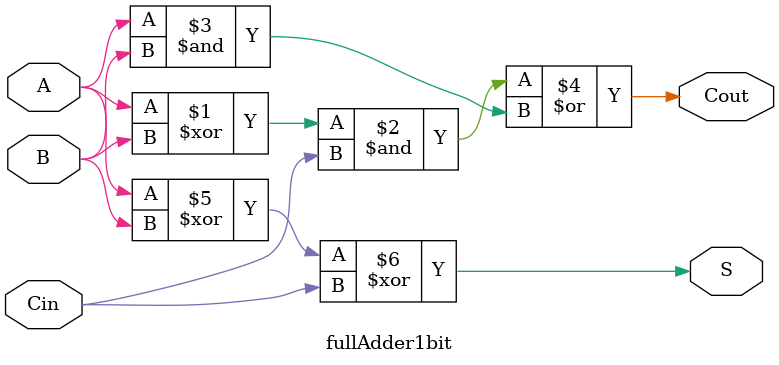
<source format=sv>
module fullAdder1bit(
	input wire A,
	input wire B,
	input wire Cin,
	output wire Cout,
	output wire S
	);
	
	//Output Drivers
	assign Cout = (((A^B) & Cin) | (A & B));
	assign S = (A^B)^Cin;

endmodule
</source>
